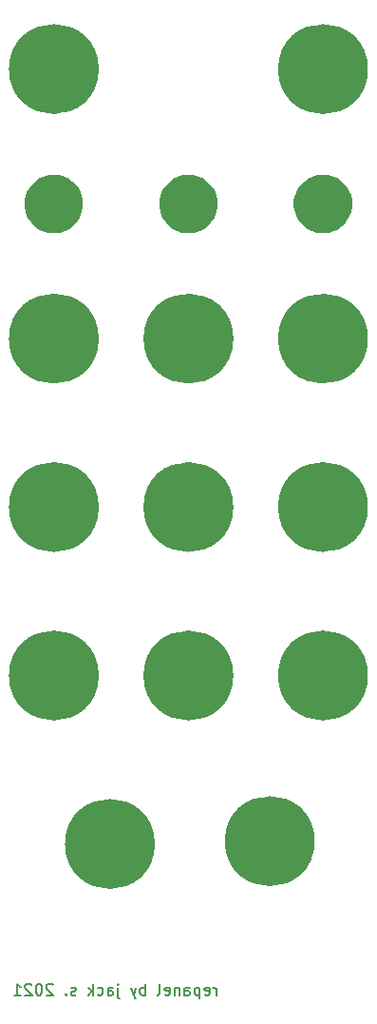
<source format=gbr>
G04 #@! TF.GenerationSoftware,KiCad,Pcbnew,(5.1.5-0)*
G04 #@! TF.CreationDate,2021-01-12T22:48:58-08:00*
G04 #@! TF.ProjectId,sloths,736c6f74-6873-42e6-9b69-6361645f7063,rev?*
G04 #@! TF.SameCoordinates,Original*
G04 #@! TF.FileFunction,Soldermask,Bot*
G04 #@! TF.FilePolarity,Negative*
%FSLAX46Y46*%
G04 Gerber Fmt 4.6, Leading zero omitted, Abs format (unit mm)*
G04 Created by KiCad (PCBNEW (5.1.5-0)) date 2021-01-12 22:48:58*
%MOMM*%
%LPD*%
G04 APERTURE LIST*
%ADD10C,1.000000*%
%ADD11C,0.150000*%
%ADD12C,0.100000*%
G04 APERTURE END LIST*
D10*
X11750000Y-39000000D02*
G75*
G03X11750000Y-39000000I-3500000J0D01*
G01*
X35750000Y-39000000D02*
G75*
G03X35750000Y-39000000I-3500000J0D01*
G01*
X11750000Y-63000000D02*
G75*
G03X11750000Y-63000000I-3500000J0D01*
G01*
X35750000Y-63000000D02*
G75*
G03X35750000Y-63000000I-3500000J0D01*
G01*
X23750000Y-63000000D02*
G75*
G03X23750000Y-63000000I-3500000J0D01*
G01*
X35750000Y-78000000D02*
G75*
G03X35750000Y-78000000I-3500000J0D01*
G01*
X23750000Y-78000000D02*
G75*
G03X23750000Y-78000000I-3500000J0D01*
G01*
D11*
X22726190Y-121452380D02*
X22726190Y-120785714D01*
X22726190Y-120976190D02*
X22678571Y-120880952D01*
X22630952Y-120833333D01*
X22535714Y-120785714D01*
X22440476Y-120785714D01*
X21726190Y-121404761D02*
X21821428Y-121452380D01*
X22011904Y-121452380D01*
X22107142Y-121404761D01*
X22154761Y-121309523D01*
X22154761Y-120928571D01*
X22107142Y-120833333D01*
X22011904Y-120785714D01*
X21821428Y-120785714D01*
X21726190Y-120833333D01*
X21678571Y-120928571D01*
X21678571Y-121023809D01*
X22154761Y-121119047D01*
X21250000Y-120785714D02*
X21250000Y-121785714D01*
X21250000Y-120833333D02*
X21154761Y-120785714D01*
X20964285Y-120785714D01*
X20869047Y-120833333D01*
X20821428Y-120880952D01*
X20773809Y-120976190D01*
X20773809Y-121261904D01*
X20821428Y-121357142D01*
X20869047Y-121404761D01*
X20964285Y-121452380D01*
X21154761Y-121452380D01*
X21250000Y-121404761D01*
X19916666Y-121452380D02*
X19916666Y-120928571D01*
X19964285Y-120833333D01*
X20059523Y-120785714D01*
X20250000Y-120785714D01*
X20345238Y-120833333D01*
X19916666Y-121404761D02*
X20011904Y-121452380D01*
X20250000Y-121452380D01*
X20345238Y-121404761D01*
X20392857Y-121309523D01*
X20392857Y-121214285D01*
X20345238Y-121119047D01*
X20250000Y-121071428D01*
X20011904Y-121071428D01*
X19916666Y-121023809D01*
X19440476Y-120785714D02*
X19440476Y-121452380D01*
X19440476Y-120880952D02*
X19392857Y-120833333D01*
X19297619Y-120785714D01*
X19154761Y-120785714D01*
X19059523Y-120833333D01*
X19011904Y-120928571D01*
X19011904Y-121452380D01*
X18154761Y-121404761D02*
X18250000Y-121452380D01*
X18440476Y-121452380D01*
X18535714Y-121404761D01*
X18583333Y-121309523D01*
X18583333Y-120928571D01*
X18535714Y-120833333D01*
X18440476Y-120785714D01*
X18250000Y-120785714D01*
X18154761Y-120833333D01*
X18107142Y-120928571D01*
X18107142Y-121023809D01*
X18583333Y-121119047D01*
X17535714Y-121452380D02*
X17630952Y-121404761D01*
X17678571Y-121309523D01*
X17678571Y-120452380D01*
X16392857Y-121452380D02*
X16392857Y-120452380D01*
X16392857Y-120833333D02*
X16297619Y-120785714D01*
X16107142Y-120785714D01*
X16011904Y-120833333D01*
X15964285Y-120880952D01*
X15916666Y-120976190D01*
X15916666Y-121261904D01*
X15964285Y-121357142D01*
X16011904Y-121404761D01*
X16107142Y-121452380D01*
X16297619Y-121452380D01*
X16392857Y-121404761D01*
X15583333Y-120785714D02*
X15345238Y-121452380D01*
X15107142Y-120785714D02*
X15345238Y-121452380D01*
X15440476Y-121690476D01*
X15488095Y-121738095D01*
X15583333Y-121785714D01*
X13964285Y-120785714D02*
X13964285Y-121642857D01*
X14011904Y-121738095D01*
X14107142Y-121785714D01*
X14154761Y-121785714D01*
X13964285Y-120452380D02*
X14011904Y-120500000D01*
X13964285Y-120547619D01*
X13916666Y-120500000D01*
X13964285Y-120452380D01*
X13964285Y-120547619D01*
X13059523Y-121452380D02*
X13059523Y-120928571D01*
X13107142Y-120833333D01*
X13202380Y-120785714D01*
X13392857Y-120785714D01*
X13488095Y-120833333D01*
X13059523Y-121404761D02*
X13154761Y-121452380D01*
X13392857Y-121452380D01*
X13488095Y-121404761D01*
X13535714Y-121309523D01*
X13535714Y-121214285D01*
X13488095Y-121119047D01*
X13392857Y-121071428D01*
X13154761Y-121071428D01*
X13059523Y-121023809D01*
X12154761Y-121404761D02*
X12250000Y-121452380D01*
X12440476Y-121452380D01*
X12535714Y-121404761D01*
X12583333Y-121357142D01*
X12630952Y-121261904D01*
X12630952Y-120976190D01*
X12583333Y-120880952D01*
X12535714Y-120833333D01*
X12440476Y-120785714D01*
X12250000Y-120785714D01*
X12154761Y-120833333D01*
X11726190Y-121452380D02*
X11726190Y-120452380D01*
X11630952Y-121071428D02*
X11345238Y-121452380D01*
X11345238Y-120785714D02*
X11726190Y-121166666D01*
X10202380Y-121404761D02*
X10107142Y-121452380D01*
X9916666Y-121452380D01*
X9821428Y-121404761D01*
X9773809Y-121309523D01*
X9773809Y-121261904D01*
X9821428Y-121166666D01*
X9916666Y-121119047D01*
X10059523Y-121119047D01*
X10154761Y-121071428D01*
X10202380Y-120976190D01*
X10202380Y-120928571D01*
X10154761Y-120833333D01*
X10059523Y-120785714D01*
X9916666Y-120785714D01*
X9821428Y-120833333D01*
X9345238Y-121357142D02*
X9297619Y-121404761D01*
X9345238Y-121452380D01*
X9392857Y-121404761D01*
X9345238Y-121357142D01*
X9345238Y-121452380D01*
X8154761Y-120547619D02*
X8107142Y-120500000D01*
X8011904Y-120452380D01*
X7773809Y-120452380D01*
X7678571Y-120500000D01*
X7630952Y-120547619D01*
X7583333Y-120642857D01*
X7583333Y-120738095D01*
X7630952Y-120880952D01*
X8202380Y-121452380D01*
X7583333Y-121452380D01*
X6964285Y-120452380D02*
X6869047Y-120452380D01*
X6773809Y-120500000D01*
X6726190Y-120547619D01*
X6678571Y-120642857D01*
X6630952Y-120833333D01*
X6630952Y-121071428D01*
X6678571Y-121261904D01*
X6726190Y-121357142D01*
X6773809Y-121404761D01*
X6869047Y-121452380D01*
X6964285Y-121452380D01*
X7059523Y-121404761D01*
X7107142Y-121357142D01*
X7154761Y-121261904D01*
X7202380Y-121071428D01*
X7202380Y-120833333D01*
X7154761Y-120642857D01*
X7107142Y-120547619D01*
X7059523Y-120500000D01*
X6964285Y-120452380D01*
X6250000Y-120547619D02*
X6202380Y-120500000D01*
X6107142Y-120452380D01*
X5869047Y-120452380D01*
X5773809Y-120500000D01*
X5726190Y-120547619D01*
X5678571Y-120642857D01*
X5678571Y-120738095D01*
X5726190Y-120880952D01*
X6297619Y-121452380D01*
X5678571Y-121452380D01*
X4726190Y-121452380D02*
X5297619Y-121452380D01*
X5011904Y-121452380D02*
X5011904Y-120452380D01*
X5107142Y-120595238D01*
X5202380Y-120690476D01*
X5297619Y-120738095D01*
D10*
X11750000Y-78000000D02*
G75*
G03X11750000Y-78000000I-3500000J0D01*
G01*
X11750000Y-93000000D02*
G75*
G03X11750000Y-93000000I-3500000J0D01*
G01*
X23750000Y-93000000D02*
G75*
G03X23750000Y-93000000I-3500000J0D01*
G01*
X35750000Y-93000000D02*
G75*
G03X35750000Y-93000000I-3500000J0D01*
G01*
X31000000Y-107750000D02*
G75*
G03X31000000Y-107750000I-3500000J0D01*
G01*
X16750000Y-108000000D02*
G75*
G03X16750000Y-108000000I-3500000J0D01*
G01*
D12*
G36*
X13854975Y-104958585D02*
G01*
X14154528Y-105018170D01*
X14718874Y-105251930D01*
X15226772Y-105591296D01*
X15658704Y-106023228D01*
X15998070Y-106531126D01*
X16231830Y-107095472D01*
X16351000Y-107694578D01*
X16351000Y-108305422D01*
X16231830Y-108904528D01*
X15998070Y-109468874D01*
X15658704Y-109976772D01*
X15226772Y-110408704D01*
X14718874Y-110748070D01*
X14154528Y-110981830D01*
X13854975Y-111041415D01*
X13555423Y-111101000D01*
X12944577Y-111101000D01*
X12645025Y-111041415D01*
X12345472Y-110981830D01*
X11781126Y-110748070D01*
X11273228Y-110408704D01*
X10841296Y-109976772D01*
X10501930Y-109468874D01*
X10268170Y-108904528D01*
X10149000Y-108305422D01*
X10149000Y-107694578D01*
X10268170Y-107095472D01*
X10501930Y-106531126D01*
X10841296Y-106023228D01*
X11273228Y-105591296D01*
X11781126Y-105251930D01*
X12345472Y-105018170D01*
X12645025Y-104958585D01*
X12944577Y-104899000D01*
X13555423Y-104899000D01*
X13854975Y-104958585D01*
G37*
G36*
X28104975Y-104708585D02*
G01*
X28404528Y-104768170D01*
X28968874Y-105001930D01*
X29476772Y-105341296D01*
X29908704Y-105773228D01*
X30248070Y-106281126D01*
X30481830Y-106845472D01*
X30601000Y-107444578D01*
X30601000Y-108055422D01*
X30481830Y-108654528D01*
X30248070Y-109218874D01*
X29908704Y-109726772D01*
X29476772Y-110158704D01*
X28968874Y-110498070D01*
X28404528Y-110731830D01*
X28322884Y-110748070D01*
X27805423Y-110851000D01*
X27194577Y-110851000D01*
X26677116Y-110748070D01*
X26595472Y-110731830D01*
X26031126Y-110498070D01*
X25523228Y-110158704D01*
X25091296Y-109726772D01*
X24751930Y-109218874D01*
X24518170Y-108654528D01*
X24399000Y-108055422D01*
X24399000Y-107444578D01*
X24518170Y-106845472D01*
X24751930Y-106281126D01*
X25091296Y-105773228D01*
X25523228Y-105341296D01*
X26031126Y-105001930D01*
X26595472Y-104768170D01*
X26895025Y-104708585D01*
X27194577Y-104649000D01*
X27805423Y-104649000D01*
X28104975Y-104708585D01*
G37*
G36*
X8854975Y-89958585D02*
G01*
X9154528Y-90018170D01*
X9718874Y-90251930D01*
X10226772Y-90591296D01*
X10658704Y-91023228D01*
X10998070Y-91531126D01*
X11231830Y-92095472D01*
X11351000Y-92694578D01*
X11351000Y-93305422D01*
X11231830Y-93904528D01*
X10998070Y-94468874D01*
X10658704Y-94976772D01*
X10226772Y-95408704D01*
X9718874Y-95748070D01*
X9154528Y-95981830D01*
X8854975Y-96041415D01*
X8555423Y-96101000D01*
X7944577Y-96101000D01*
X7645025Y-96041415D01*
X7345472Y-95981830D01*
X6781126Y-95748070D01*
X6273228Y-95408704D01*
X5841296Y-94976772D01*
X5501930Y-94468874D01*
X5268170Y-93904528D01*
X5149000Y-93305422D01*
X5149000Y-92694578D01*
X5268170Y-92095472D01*
X5501930Y-91531126D01*
X5841296Y-91023228D01*
X6273228Y-90591296D01*
X6781126Y-90251930D01*
X7345472Y-90018170D01*
X7645025Y-89958585D01*
X7944577Y-89899000D01*
X8555423Y-89899000D01*
X8854975Y-89958585D01*
G37*
G36*
X20854975Y-89958585D02*
G01*
X21154528Y-90018170D01*
X21718874Y-90251930D01*
X22226772Y-90591296D01*
X22658704Y-91023228D01*
X22998070Y-91531126D01*
X23231830Y-92095472D01*
X23351000Y-92694578D01*
X23351000Y-93305422D01*
X23231830Y-93904528D01*
X22998070Y-94468874D01*
X22658704Y-94976772D01*
X22226772Y-95408704D01*
X21718874Y-95748070D01*
X21154528Y-95981830D01*
X20854975Y-96041415D01*
X20555423Y-96101000D01*
X19944577Y-96101000D01*
X19645025Y-96041415D01*
X19345472Y-95981830D01*
X18781126Y-95748070D01*
X18273228Y-95408704D01*
X17841296Y-94976772D01*
X17501930Y-94468874D01*
X17268170Y-93904528D01*
X17149000Y-93305422D01*
X17149000Y-92694578D01*
X17268170Y-92095472D01*
X17501930Y-91531126D01*
X17841296Y-91023228D01*
X18273228Y-90591296D01*
X18781126Y-90251930D01*
X19345472Y-90018170D01*
X19645025Y-89958585D01*
X19944577Y-89899000D01*
X20555423Y-89899000D01*
X20854975Y-89958585D01*
G37*
G36*
X32854975Y-89958585D02*
G01*
X33154528Y-90018170D01*
X33718874Y-90251930D01*
X34226772Y-90591296D01*
X34658704Y-91023228D01*
X34998070Y-91531126D01*
X35231830Y-92095472D01*
X35351000Y-92694578D01*
X35351000Y-93305422D01*
X35231830Y-93904528D01*
X34998070Y-94468874D01*
X34658704Y-94976772D01*
X34226772Y-95408704D01*
X33718874Y-95748070D01*
X33154528Y-95981830D01*
X32854975Y-96041415D01*
X32555423Y-96101000D01*
X31944577Y-96101000D01*
X31645025Y-96041415D01*
X31345472Y-95981830D01*
X30781126Y-95748070D01*
X30273228Y-95408704D01*
X29841296Y-94976772D01*
X29501930Y-94468874D01*
X29268170Y-93904528D01*
X29149000Y-93305422D01*
X29149000Y-92694578D01*
X29268170Y-92095472D01*
X29501930Y-91531126D01*
X29841296Y-91023228D01*
X30273228Y-90591296D01*
X30781126Y-90251930D01*
X31345472Y-90018170D01*
X31645025Y-89958585D01*
X31944577Y-89899000D01*
X32555423Y-89899000D01*
X32854975Y-89958585D01*
G37*
G36*
X32854975Y-74958585D02*
G01*
X33154528Y-75018170D01*
X33718874Y-75251930D01*
X34226772Y-75591296D01*
X34658704Y-76023228D01*
X34998070Y-76531126D01*
X35231830Y-77095472D01*
X35351000Y-77694578D01*
X35351000Y-78305422D01*
X35231830Y-78904528D01*
X34998070Y-79468874D01*
X34658704Y-79976772D01*
X34226772Y-80408704D01*
X33718874Y-80748070D01*
X33154528Y-80981830D01*
X32854975Y-81041415D01*
X32555423Y-81101000D01*
X31944577Y-81101000D01*
X31645025Y-81041415D01*
X31345472Y-80981830D01*
X30781126Y-80748070D01*
X30273228Y-80408704D01*
X29841296Y-79976772D01*
X29501930Y-79468874D01*
X29268170Y-78904528D01*
X29149000Y-78305422D01*
X29149000Y-77694578D01*
X29268170Y-77095472D01*
X29501930Y-76531126D01*
X29841296Y-76023228D01*
X30273228Y-75591296D01*
X30781126Y-75251930D01*
X31345472Y-75018170D01*
X31645025Y-74958585D01*
X31944577Y-74899000D01*
X32555423Y-74899000D01*
X32854975Y-74958585D01*
G37*
G36*
X20854975Y-74958585D02*
G01*
X21154528Y-75018170D01*
X21718874Y-75251930D01*
X22226772Y-75591296D01*
X22658704Y-76023228D01*
X22998070Y-76531126D01*
X23231830Y-77095472D01*
X23351000Y-77694578D01*
X23351000Y-78305422D01*
X23231830Y-78904528D01*
X22998070Y-79468874D01*
X22658704Y-79976772D01*
X22226772Y-80408704D01*
X21718874Y-80748070D01*
X21154528Y-80981830D01*
X20854975Y-81041415D01*
X20555423Y-81101000D01*
X19944577Y-81101000D01*
X19645025Y-81041415D01*
X19345472Y-80981830D01*
X18781126Y-80748070D01*
X18273228Y-80408704D01*
X17841296Y-79976772D01*
X17501930Y-79468874D01*
X17268170Y-78904528D01*
X17149000Y-78305422D01*
X17149000Y-77694578D01*
X17268170Y-77095472D01*
X17501930Y-76531126D01*
X17841296Y-76023228D01*
X18273228Y-75591296D01*
X18781126Y-75251930D01*
X19345472Y-75018170D01*
X19645025Y-74958585D01*
X19944577Y-74899000D01*
X20555423Y-74899000D01*
X20854975Y-74958585D01*
G37*
G36*
X8854975Y-74958585D02*
G01*
X9154528Y-75018170D01*
X9718874Y-75251930D01*
X10226772Y-75591296D01*
X10658704Y-76023228D01*
X10998070Y-76531126D01*
X11231830Y-77095472D01*
X11351000Y-77694578D01*
X11351000Y-78305422D01*
X11231830Y-78904528D01*
X10998070Y-79468874D01*
X10658704Y-79976772D01*
X10226772Y-80408704D01*
X9718874Y-80748070D01*
X9154528Y-80981830D01*
X8854975Y-81041415D01*
X8555423Y-81101000D01*
X7944577Y-81101000D01*
X7645025Y-81041415D01*
X7345472Y-80981830D01*
X6781126Y-80748070D01*
X6273228Y-80408704D01*
X5841296Y-79976772D01*
X5501930Y-79468874D01*
X5268170Y-78904528D01*
X5149000Y-78305422D01*
X5149000Y-77694578D01*
X5268170Y-77095472D01*
X5501930Y-76531126D01*
X5841296Y-76023228D01*
X6273228Y-75591296D01*
X6781126Y-75251930D01*
X7345472Y-75018170D01*
X7645025Y-74958585D01*
X7944577Y-74899000D01*
X8555423Y-74899000D01*
X8854975Y-74958585D01*
G37*
G36*
X32854975Y-59958585D02*
G01*
X33154528Y-60018170D01*
X33718874Y-60251930D01*
X34226772Y-60591296D01*
X34658704Y-61023228D01*
X34998070Y-61531126D01*
X35231830Y-62095472D01*
X35351000Y-62694578D01*
X35351000Y-63305422D01*
X35231830Y-63904528D01*
X34998070Y-64468874D01*
X34658704Y-64976772D01*
X34226772Y-65408704D01*
X33718874Y-65748070D01*
X33154528Y-65981830D01*
X32854975Y-66041415D01*
X32555423Y-66101000D01*
X31944577Y-66101000D01*
X31645025Y-66041415D01*
X31345472Y-65981830D01*
X30781126Y-65748070D01*
X30273228Y-65408704D01*
X29841296Y-64976772D01*
X29501930Y-64468874D01*
X29268170Y-63904528D01*
X29149000Y-63305422D01*
X29149000Y-62694578D01*
X29268170Y-62095472D01*
X29501930Y-61531126D01*
X29841296Y-61023228D01*
X30273228Y-60591296D01*
X30781126Y-60251930D01*
X31345472Y-60018170D01*
X31645025Y-59958585D01*
X31944577Y-59899000D01*
X32555423Y-59899000D01*
X32854975Y-59958585D01*
G37*
G36*
X20854975Y-59958585D02*
G01*
X21154528Y-60018170D01*
X21718874Y-60251930D01*
X22226772Y-60591296D01*
X22658704Y-61023228D01*
X22998070Y-61531126D01*
X23231830Y-62095472D01*
X23351000Y-62694578D01*
X23351000Y-63305422D01*
X23231830Y-63904528D01*
X22998070Y-64468874D01*
X22658704Y-64976772D01*
X22226772Y-65408704D01*
X21718874Y-65748070D01*
X21154528Y-65981830D01*
X20854975Y-66041415D01*
X20555423Y-66101000D01*
X19944577Y-66101000D01*
X19645025Y-66041415D01*
X19345472Y-65981830D01*
X18781126Y-65748070D01*
X18273228Y-65408704D01*
X17841296Y-64976772D01*
X17501930Y-64468874D01*
X17268170Y-63904528D01*
X17149000Y-63305422D01*
X17149000Y-62694578D01*
X17268170Y-62095472D01*
X17501930Y-61531126D01*
X17841296Y-61023228D01*
X18273228Y-60591296D01*
X18781126Y-60251930D01*
X19345472Y-60018170D01*
X19645025Y-59958585D01*
X19944577Y-59899000D01*
X20555423Y-59899000D01*
X20854975Y-59958585D01*
G37*
G36*
X8854975Y-59958585D02*
G01*
X9154528Y-60018170D01*
X9718874Y-60251930D01*
X10226772Y-60591296D01*
X10658704Y-61023228D01*
X10998070Y-61531126D01*
X11231830Y-62095472D01*
X11351000Y-62694578D01*
X11351000Y-63305422D01*
X11231830Y-63904528D01*
X10998070Y-64468874D01*
X10658704Y-64976772D01*
X10226772Y-65408704D01*
X9718874Y-65748070D01*
X9154528Y-65981830D01*
X8854975Y-66041415D01*
X8555423Y-66101000D01*
X7944577Y-66101000D01*
X7645025Y-66041415D01*
X7345472Y-65981830D01*
X6781126Y-65748070D01*
X6273228Y-65408704D01*
X5841296Y-64976772D01*
X5501930Y-64468874D01*
X5268170Y-63904528D01*
X5149000Y-63305422D01*
X5149000Y-62694578D01*
X5268170Y-62095472D01*
X5501930Y-61531126D01*
X5841296Y-61023228D01*
X6273228Y-60591296D01*
X6781126Y-60251930D01*
X7345472Y-60018170D01*
X7645025Y-59958585D01*
X7944577Y-59899000D01*
X8555423Y-59899000D01*
X8854975Y-59958585D01*
G37*
G36*
X32757430Y-48448977D02*
G01*
X33008684Y-48498955D01*
X33204752Y-48580169D01*
X33482034Y-48695023D01*
X33482035Y-48695024D01*
X33908041Y-48979671D01*
X34270329Y-49341959D01*
X34460524Y-49626607D01*
X34554977Y-49767966D01*
X34751045Y-50241317D01*
X34851000Y-50743823D01*
X34851000Y-51256177D01*
X34751045Y-51758683D01*
X34554977Y-52232034D01*
X34554976Y-52232035D01*
X34270329Y-52658041D01*
X33908041Y-53020329D01*
X33623393Y-53210524D01*
X33482034Y-53304977D01*
X33204752Y-53419831D01*
X33008684Y-53501045D01*
X32757430Y-53551023D01*
X32506177Y-53601000D01*
X31993823Y-53601000D01*
X31742570Y-53551023D01*
X31491316Y-53501045D01*
X31295248Y-53419831D01*
X31017966Y-53304977D01*
X30876607Y-53210524D01*
X30591959Y-53020329D01*
X30229671Y-52658041D01*
X29945024Y-52232035D01*
X29945023Y-52232034D01*
X29748955Y-51758683D01*
X29649000Y-51256177D01*
X29649000Y-50743823D01*
X29748955Y-50241317D01*
X29945023Y-49767966D01*
X30039476Y-49626607D01*
X30229671Y-49341959D01*
X30591959Y-48979671D01*
X31017965Y-48695024D01*
X31017966Y-48695023D01*
X31295248Y-48580169D01*
X31491316Y-48498955D01*
X31742570Y-48448977D01*
X31993823Y-48399000D01*
X32506177Y-48399000D01*
X32757430Y-48448977D01*
G37*
G36*
X20757430Y-48448977D02*
G01*
X21008684Y-48498955D01*
X21204752Y-48580169D01*
X21482034Y-48695023D01*
X21482035Y-48695024D01*
X21908041Y-48979671D01*
X22270329Y-49341959D01*
X22460524Y-49626607D01*
X22554977Y-49767966D01*
X22751045Y-50241317D01*
X22851000Y-50743823D01*
X22851000Y-51256177D01*
X22751045Y-51758683D01*
X22554977Y-52232034D01*
X22554976Y-52232035D01*
X22270329Y-52658041D01*
X21908041Y-53020329D01*
X21623393Y-53210524D01*
X21482034Y-53304977D01*
X21204752Y-53419831D01*
X21008684Y-53501045D01*
X20757430Y-53551023D01*
X20506177Y-53601000D01*
X19993823Y-53601000D01*
X19742570Y-53551023D01*
X19491316Y-53501045D01*
X19295248Y-53419831D01*
X19017966Y-53304977D01*
X18876607Y-53210524D01*
X18591959Y-53020329D01*
X18229671Y-52658041D01*
X17945024Y-52232035D01*
X17945023Y-52232034D01*
X17748955Y-51758683D01*
X17649000Y-51256177D01*
X17649000Y-50743823D01*
X17748955Y-50241317D01*
X17945023Y-49767966D01*
X18039476Y-49626607D01*
X18229671Y-49341959D01*
X18591959Y-48979671D01*
X19017965Y-48695024D01*
X19017966Y-48695023D01*
X19295248Y-48580169D01*
X19491316Y-48498955D01*
X19742570Y-48448977D01*
X19993823Y-48399000D01*
X20506177Y-48399000D01*
X20757430Y-48448977D01*
G37*
G36*
X8757430Y-48448977D02*
G01*
X9008684Y-48498955D01*
X9204752Y-48580169D01*
X9482034Y-48695023D01*
X9482035Y-48695024D01*
X9908041Y-48979671D01*
X10270329Y-49341959D01*
X10460524Y-49626607D01*
X10554977Y-49767966D01*
X10751045Y-50241317D01*
X10851000Y-50743823D01*
X10851000Y-51256177D01*
X10751045Y-51758683D01*
X10554977Y-52232034D01*
X10554976Y-52232035D01*
X10270329Y-52658041D01*
X9908041Y-53020329D01*
X9623393Y-53210524D01*
X9482034Y-53304977D01*
X9204752Y-53419831D01*
X9008684Y-53501045D01*
X8757430Y-53551023D01*
X8506177Y-53601000D01*
X7993823Y-53601000D01*
X7742570Y-53551023D01*
X7491316Y-53501045D01*
X7295248Y-53419831D01*
X7017966Y-53304977D01*
X6876607Y-53210524D01*
X6591959Y-53020329D01*
X6229671Y-52658041D01*
X5945024Y-52232035D01*
X5945023Y-52232034D01*
X5748955Y-51758683D01*
X5649000Y-51256177D01*
X5649000Y-50743823D01*
X5748955Y-50241317D01*
X5945023Y-49767966D01*
X6039476Y-49626607D01*
X6229671Y-49341959D01*
X6591959Y-48979671D01*
X7017965Y-48695024D01*
X7017966Y-48695023D01*
X7295248Y-48580169D01*
X7491316Y-48498955D01*
X7742570Y-48448977D01*
X7993823Y-48399000D01*
X8506177Y-48399000D01*
X8757430Y-48448977D01*
G37*
G36*
X32854975Y-35958585D02*
G01*
X33154528Y-36018170D01*
X33718874Y-36251930D01*
X34226772Y-36591296D01*
X34658704Y-37023228D01*
X34998070Y-37531126D01*
X35231830Y-38095472D01*
X35351000Y-38694578D01*
X35351000Y-39305422D01*
X35231830Y-39904528D01*
X34998070Y-40468874D01*
X34658704Y-40976772D01*
X34226772Y-41408704D01*
X33718874Y-41748070D01*
X33154528Y-41981830D01*
X32854975Y-42041415D01*
X32555423Y-42101000D01*
X31944577Y-42101000D01*
X31645025Y-42041415D01*
X31345472Y-41981830D01*
X30781126Y-41748070D01*
X30273228Y-41408704D01*
X29841296Y-40976772D01*
X29501930Y-40468874D01*
X29268170Y-39904528D01*
X29149000Y-39305422D01*
X29149000Y-38694578D01*
X29268170Y-38095472D01*
X29501930Y-37531126D01*
X29841296Y-37023228D01*
X30273228Y-36591296D01*
X30781126Y-36251930D01*
X31345472Y-36018170D01*
X31645025Y-35958585D01*
X31944577Y-35899000D01*
X32555423Y-35899000D01*
X32854975Y-35958585D01*
G37*
G36*
X8854975Y-35958585D02*
G01*
X9154528Y-36018170D01*
X9718874Y-36251930D01*
X10226772Y-36591296D01*
X10658704Y-37023228D01*
X10998070Y-37531126D01*
X11231830Y-38095472D01*
X11351000Y-38694578D01*
X11351000Y-39305422D01*
X11231830Y-39904528D01*
X10998070Y-40468874D01*
X10658704Y-40976772D01*
X10226772Y-41408704D01*
X9718874Y-41748070D01*
X9154528Y-41981830D01*
X8854975Y-42041415D01*
X8555423Y-42101000D01*
X7944577Y-42101000D01*
X7645025Y-42041415D01*
X7345472Y-41981830D01*
X6781126Y-41748070D01*
X6273228Y-41408704D01*
X5841296Y-40976772D01*
X5501930Y-40468874D01*
X5268170Y-39904528D01*
X5149000Y-39305422D01*
X5149000Y-38694578D01*
X5268170Y-38095472D01*
X5501930Y-37531126D01*
X5841296Y-37023228D01*
X6273228Y-36591296D01*
X6781126Y-36251930D01*
X7345472Y-36018170D01*
X7645025Y-35958585D01*
X7944577Y-35899000D01*
X8555423Y-35899000D01*
X8854975Y-35958585D01*
G37*
M02*

</source>
